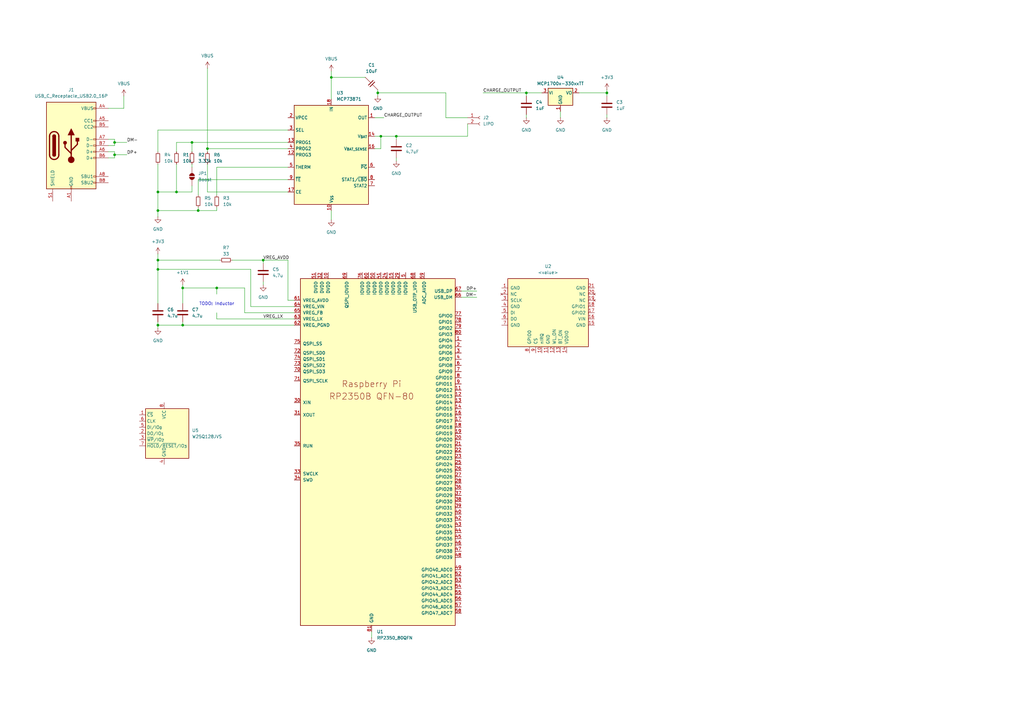
<source format=kicad_sch>
(kicad_sch (version 20250114) (generator "eeschema") (generator_version "9.0")
  (paper "A3")
  (lib_symbols
    (symbol "Battery_Management:MCP73871"
      (property "Reference" "U" (at -7.62 24.13 0))
      (property "Value" "MCP73871" (at -15.24 21.59 0))
      (symbol "MCP73871_0_1"
        (rectangle (start -15.24 20.32) (end 15.24 -20.32) (stroke (width 0.254)) (fill (type background)))
      )
      (symbol "MCP73871_1_1"
        (pin input line (at -17.78 15.24 0) (length 2.54) (name "VPCC") (number "2"))
        (pin input line (at -17.78 10.16 0) (length 2.54) (name "SEL") (number "3"))
        (pin bidirectional line (at -17.78 5.08 0) (length 2.54) (name "PROG1") (number "13"))
        (pin input line (at -17.78 2.54 0) (length 2.54) (name "PROG2") (number "4"))
        (pin bidirectional line (at -17.78 0 0) (length 2.54) (name "PROG3") (number "12"))
        (pin bidirectional line (at -17.78 -5.08 0) (length 2.54) (name "THERM") (number "5"))
        (pin input line (at -17.78 -10.16 0) (length 2.54) (name "~{TE}") (number "9"))
        (pin input line (at -17.78 -15.24 0) (length 2.54) (name "CE") (number "17"))
        (pin power_in line (at 0 22.86 270) (length 2.54) (name "IN") (number "18"))
        (pin passive line (at 0 22.86 270) (length 2.54) (hide yes) (name "IN") (number "19"))
        (pin power_in line (at 0 -22.86 90) (length 2.54) (name "V_{SS}") (number "10"))
        (pin passive line (at 0 -22.86 90) (length 2.54) (hide yes) (name "V_{SS}") (number "11"))
        (pin passive line (at 0 -22.86 90) (length 2.54) (hide yes) (name "V_{SS}") (number "21"))
        (pin power_out line (at 17.78 15.24 180) (length 2.54) (name "OUT") (number "1"))
        (pin passive line (at 17.78 15.24 180) (length 2.54) (hide yes) (name "OUT") (number "20"))
        (pin power_out line (at 17.78 7.62 180) (length 2.54) (name "V_{BAT}") (number "14"))
        (pin passive line (at 17.78 7.62 180) (length 2.54) (hide yes) (name "V_{BAT}") (number "15"))
        (pin input line (at 17.78 2.54 180) (length 2.54) (name "V_{BAT_SENSE}") (number "16"))
        (pin open_collector line (at 17.78 -5.08 180) (length 2.54) (name "~{PG}") (number "6"))
        (pin open_collector line (at 17.78 -10.16 180) (length 2.54) (name "STAT1/~{LBO}") (number "8"))
        (pin open_collector line (at 17.78 -12.7 180) (length 2.54) (name "STAT2") (number "7"))
      )
    )
    (symbol "Connector:Conn_01x02_Socket" (pin_names (offset 1.016) (hide yes))
      (property "Reference" "J" (at 0 2.54 0))
      (property "Value" "Conn_01x02_Socket" (at 0 -5.08 0))
      (symbol "Conn_01x02_Socket_1_1"
        (polyline (pts (xy -1.27 0) (xy -0.508 0)) (stroke (width 0.1524)))
        (polyline (pts (xy -1.27 -2.54) (xy -0.508 -2.54)) (stroke (width 0.1524)))
        (arc (start 0 -0.508) (mid -0.5058 0) (end 0 0.508) (stroke (width 0.1524)))
        (arc (start 0 -3.048) (mid -0.5058 -2.54) (end 0 -2.032) (stroke (width 0.1524)))
        (pin passive line (at -5.08 0 0) (length 3.81) (name "Pin_1") (number "1"))
        (pin passive line (at -5.08 -2.54 0) (length 3.81) (name "Pin_2") (number "2"))
      )
    )
    (symbol "Connector:USB_C_Receptacle_USB2.0_16P" (pin_names (offset 1.016))
      (property "Reference" "J" (at 0 22.225 0))
      (property "Value" "USB_C_Receptacle_USB2.0_16P" (at 0 19.685 0))
      (symbol "USB_C_Receptacle_USB2.0_16P_0_0"
        (rectangle (start -0.254 -17.78) (end 0.254 -16.764))
        (rectangle (start 10.16 15.494) (end 9.144 14.986))
        (rectangle (start 10.16 10.414) (end 9.144 9.906))
        (rectangle (start 10.16 7.874) (end 9.144 7.366))
        (rectangle (start 10.16 2.794) (end 9.144 2.286))
        (rectangle (start 10.16 0.254) (end 9.144 -0.254))
        (rectangle (start 10.16 -2.286) (end 9.144 -2.794))
        (rectangle (start 10.16 -4.826) (end 9.144 -5.334))
        (rectangle (start 10.16 -12.446) (end 9.144 -12.954))
        (rectangle (start 10.16 -14.986) (end 9.144 -15.494))
      )
      (symbol "USB_C_Receptacle_USB2.0_16P_0_1"
        (rectangle (start -10.16 17.78) (end 10.16 -17.78) (stroke (width 0.254)) (fill (type background)))
        (polyline (pts (xy -8.89 -3.81) (xy -8.89 3.81)) (stroke (width 0.508)))
        (rectangle (start -7.62 -3.81) (end -6.35 3.81) (stroke (width 0.254)) (fill (type outline)))
        (arc (start -7.62 3.81) (mid -6.985 4.4423) (end -6.35 3.81) (stroke (width 0.254)))
        (arc (start -7.62 3.81) (mid -6.985 4.4423) (end -6.35 3.81) (stroke (width 0.254)) (fill (type outline)))
        (arc (start -8.89 3.81) (mid -6.985 5.7067) (end -5.08 3.81) (stroke (width 0.508)))
        (arc (start -5.08 -3.81) (mid -6.985 -5.7067) (end -8.89 -3.81) (stroke (width 0.508)))
        (arc (start -6.35 -3.81) (mid -6.985 -4.4423) (end -7.62 -3.81) (stroke (width 0.254)))
        (arc (start -6.35 -3.81) (mid -6.985 -4.4423) (end -7.62 -3.81) (stroke (width 0.254)) (fill (type outline)))
        (polyline (pts (xy -5.08 3.81) (xy -5.08 -3.81)) (stroke (width 0.508)))
        (circle (center -2.54 1.143) (radius 0.635) (stroke (width 0.254)) (fill (type outline)))
        (polyline (pts (xy -1.27 4.318) (xy 0 6.858) (xy 1.27 4.318) (xy -1.27 4.318)) (stroke (width 0.254)) (fill (type outline)))
        (polyline (pts (xy 0 -2.032) (xy 2.54 0.508) (xy 2.54 1.778)) (stroke (width 0.508)))
        (polyline (pts (xy 0 -3.302) (xy -2.54 -0.762) (xy -2.54 0.508)) (stroke (width 0.508)))
        (polyline (pts (xy 0 -5.842) (xy 0 4.318)) (stroke (width 0.508)))
        (circle (center 0 -5.842) (radius 1.27) (fill (type outline)))
        (rectangle (start 1.905 1.778) (end 3.175 3.048) (stroke (width 0.254)) (fill (type outline)))
      )
      (symbol "USB_C_Receptacle_USB2.0_16P_1_1"
        (pin passive line (at -7.62 -22.86 90) (length 5.08) (name "SHIELD") (number "S1"))
        (pin passive line (at 0 -22.86 90) (length 5.08) (name "GND") (number "A1"))
        (pin passive line (at 0 -22.86 90) (length 5.08) (hide yes) (name "GND") (number "A12"))
        (pin passive line (at 0 -22.86 90) (length 5.08) (hide yes) (name "GND") (number "B1"))
        (pin passive line (at 0 -22.86 90) (length 5.08) (hide yes) (name "GND") (number "B12"))
        (pin passive line (at 15.24 15.24 180) (length 5.08) (name "VBUS") (number "A4"))
        (pin passive line (at 15.24 15.24 180) (length 5.08) (hide yes) (name "VBUS") (number "A9"))
        (pin passive line (at 15.24 15.24 180) (length 5.08) (hide yes) (name "VBUS") (number "B4"))
        (pin passive line (at 15.24 15.24 180) (length 5.08) (hide yes) (name "VBUS") (number "B9"))
        (pin bidirectional line (at 15.24 10.16 180) (length 5.08) (name "CC1") (number "A5"))
        (pin bidirectional line (at 15.24 7.62 180) (length 5.08) (name "CC2") (number "B5"))
        (pin bidirectional line (at 15.24 2.54 180) (length 5.08) (name "D-") (number "A7"))
        (pin bidirectional line (at 15.24 0 180) (length 5.08) (name "D-") (number "B7"))
        (pin bidirectional line (at 15.24 -2.54 180) (length 5.08) (name "D+") (number "A6"))
        (pin bidirectional line (at 15.24 -5.08 180) (length 5.08) (name "D+") (number "B6"))
        (pin bidirectional line (at 15.24 -12.7 180) (length 5.08) (name "SBU1") (number "A8"))
        (pin bidirectional line (at 15.24 -15.24 180) (length 5.08) (name "SBU2") (number "B8"))
      )
    )
    (symbol "Device:C" (pin_numbers (hide yes)) (pin_names (offset 0.254))
      (property "Reference" "C" (at 0.635 2.54 0))
      (property "Value" "C" (at 0.635 -2.54 0))
      (symbol "C_0_1"
        (polyline (pts (xy -2.032 0.762) (xy 2.032 0.762)) (stroke (width 0.508)))
        (polyline (pts (xy -2.032 -0.762) (xy 2.032 -0.762)) (stroke (width 0.508)))
      )
      (symbol "C_1_1"
        (pin passive line (at 0 3.81 270) (length 2.794) (name "~") (number "1"))
        (pin passive line (at 0 -3.81 90) (length 2.794) (name "~") (number "2"))
      )
    )
    (symbol "Device:C_45deg" (pin_numbers (hide yes)) (pin_names (offset 0))
      (property "Reference" "C" (at 3.81 2.54 0))
      (property "Value" "C_45deg" (at 6.35 0 0))
      (symbol "C_45deg_0_1"
        (polyline (pts (xy -2.54 2.54) (xy -0.381 0.381)))
        (polyline (pts (xy 2.54 -2.54) (xy 0.381 -0.381)))
      )
      (symbol "C_45deg_1_1"
        (polyline (pts (xy 0.635 1.27) (xy -1.27 -0.635)) (stroke (width 0.3048)))
        (polyline (pts (xy 1.27 0.635) (xy -0.635 -1.27)) (stroke (width 0.3048)))
        (pin passive line (at -2.54 2.54 0) (length 0) (name "~") (number "2"))
        (pin passive line (at 2.54 -2.54 180) (length 0) (name "~") (number "1"))
      )
    )
    (symbol "Device:R_Small" (pin_numbers (hide yes)) (pin_names (offset 0.254) (hide yes))
      (property "Reference" "R" (at 0.762 0.508 0))
      (property "Value" "R_Small" (at 0.762 -1.016 0))
      (symbol "R_Small_0_1"
        (rectangle (start -0.762 1.778) (end 0.762 -1.778) (stroke (width 0.2032)))
      )
      (symbol "R_Small_1_1"
        (pin passive line (at 0 2.54 270) (length 0.762) (name "~") (number "1"))
        (pin passive line (at 0 -2.54 90) (length 0.762) (name "~") (number "2"))
      )
    )
    (symbol "Jumper:SolderJumper_2_Open" (pin_numbers (hide yes)) (pin_names (offset 0) (hide yes)) (exclude_from_sim yes) (in_bom no)
      (property "Reference" "JP" (at 0 2.032 0))
      (property "Value" "SolderJumper_2_Open" (at 0 -2.54 0))
      (symbol "SolderJumper_2_Open_0_1"
        (polyline (pts (xy -0.254 1.016) (xy -0.254 -1.016)))
        (arc (start -0.254 -1.016) (mid -1.2656 0) (end -0.254 1.016))
        (arc (start -0.254 -1.016) (mid -1.2656 0) (end -0.254 1.016) (fill (type outline)))
        (arc (start 0.254 1.016) (mid 1.2656 0) (end 0.254 -1.016))
        (arc (start 0.254 1.016) (mid 1.2656 0) (end 0.254 -1.016) (fill (type outline)))
        (polyline (pts (xy 0.254 1.016) (xy 0.254 -1.016)))
      )
      (symbol "SolderJumper_2_Open_1_1"
        (pin passive line (at -3.81 0 0) (length 2.54) (name "A") (number "1"))
        (pin passive line (at 3.81 0 180) (length 2.54) (name "B") (number "2"))
      )
    )
    (symbol "MCU_RaspberryPi_RP2350:RP2350_80QFN" (pin_names (offset 1.016))
      (property "Reference" "U" (at -29.21 49.53 0))
      (property "Value" "RP2350_80QFN" (at 25.4 -96.52 0))
      (symbol "RP2350_80QFN_0_0"
        (text "Raspberry Pi" (at 0 5.08 0) (effects (font (size 2.54 2.54))))
      )
      (symbol "RP2350_80QFN_0_1"
        (rectangle (start -29.21 48.26) (end 34.29 -93.98) (stroke (width 0.254)) (fill (type background)))
      )
      (symbol "RP2350_80QFN_1_0"
        (text "RP2350B QFN-80" (at 0 0 0) (effects (font (size 2.54 2.54))))
      )
      (symbol "RP2350_80QFN_1_1"
        (pin power_in line (at -31.75 39.37 0) (length 2.54) (name "VREG_AVDD") (number "61"))
        (pin power_in line (at -31.75 36.83 0) (length 2.54) (name "VREG_VIN") (number "64"))
        (pin input line (at -31.75 34.29 0) (length 2.54) (name "VREG_FB") (number "65"))
        (pin power_out line (at -31.75 31.75 0) (length 2.54) (name "VREG_LX") (number "63"))
        (pin power_in line (at -31.75 29.21 0) (length 2.54) (name "VREG_PGND") (number "62"))
        (pin bidirectional line (at -31.75 21.59 0) (length 2.54) (name "QSPI_SS") (number "75"))
        (pin bidirectional line (at -31.75 17.78 0) (length 2.54) (name "QSPI_SD0") (number "72"))
        (pin bidirectional line (at -31.75 15.24 0) (length 2.54) (name "QSPI_SD1") (number "74"))
        (pin bidirectional line (at -31.75 12.7 0) (length 2.54) (name "QSPI_SD2") (number "73"))
        (pin bidirectional line (at -31.75 10.16 0) (length 2.54) (name "QSPI_SD3") (number "70"))
        (pin output line (at -31.75 6.35 0) (length 2.54) (name "QSPI_SCLK") (number "71"))
        (pin input line (at -31.75 -2.54 0) (length 2.54) (name "XIN") (number "30"))
        (pin passive line (at -31.75 -7.62 0) (length 2.54) (name "XOUT") (number "31"))
        (pin input line (at -31.75 -20.32 0) (length 2.54) (name "RUN") (number "35"))
        (pin output line (at -31.75 -31.75 0) (length 2.54) (name "SWCLK") (number "33"))
        (pin bidirectional line (at -31.75 -34.29 0) (length 2.54) (name "SWD") (number "34"))
        (pin power_in line (at -22.86 50.8 270) (length 2.54) (name "DVDD") (number "51"))
        (pin power_in line (at -20.32 50.8 270) (length 2.54) (name "DVDD") (number "32"))
        (pin power_in line (at -17.78 50.8 270) (length 2.54) (name "DVDD") (number "10"))
        (pin power_in line (at -10.16 50.8 270) (length 2.54) (name "QSPI_IOVDD") (number "69"))
        (pin power_in line (at -3.81 50.8 270) (length 2.54) (name "IOVDD") (number "76"))
        (pin power_in line (at -1.27 50.8 270) (length 2.54) (name "IOVDD") (number "60"))
        (pin power_in line (at 0 -96.52 90) (length 2.54) (name "GND") (number "81"))
        (pin power_in line (at 1.27 50.8 270) (length 2.54) (name "IOVDD") (number "50"))
        (pin power_in line (at 3.81 50.8 270) (length 2.54) (name "IOVDD") (number "41"))
        (pin power_in line (at 6.35 50.8 270) (length 2.54) (name "IOVDD") (number "24"))
        (pin power_in line (at 8.89 50.8 270) (length 2.54) (name "IOVDD") (number "15"))
        (pin power_in line (at 11.43 50.8 270) (length 2.54) (name "IOVDD") (number "29"))
        (pin power_in line (at 13.97 50.8 270) (length 2.54) (name "IOVDD") (number "5"))
        (pin power_in line (at 17.78 50.8 270) (length 2.54) (name "USB_OTP_VDD") (number "68"))
        (pin power_in line (at 21.59 50.8 270) (length 2.54) (name "ADC_AVDD") (number "59"))
        (pin bidirectional line (at 36.83 43.18 180) (length 2.54) (name "USB_DP") (number "67"))
        (pin bidirectional line (at 36.83 40.64 180) (length 2.54) (name "USB_DM") (number "66"))
        (pin bidirectional line (at 36.83 33.02 180) (length 2.54) (name "GPIO0") (number "77"))
        (pin bidirectional line (at 36.83 30.48 180) (length 2.54) (name "GPIO1") (number "78"))
        (pin bidirectional line (at 36.83 27.94 180) (length 2.54) (name "GPIO2") (number "79"))
        (pin bidirectional line (at 36.83 25.4 180) (length 2.54) (name "GPIO3") (number "80"))
        (pin bidirectional line (at 36.83 22.86 180) (length 2.54) (name "GPIO4") (number "1"))
        (pin bidirectional line (at 36.83 20.32 180) (length 2.54) (name "GPIO5") (number "2"))
        (pin bidirectional line (at 36.83 17.78 180) (length 2.54) (name "GPIO6") (number "3"))
        (pin bidirectional line (at 36.83 15.24 180) (length 2.54) (name "GPIO7") (number "4"))
        (pin bidirectional line (at 36.83 12.7 180) (length 2.54) (name "GPIO8") (number "6"))
        (pin bidirectional line (at 36.83 10.16 180) (length 2.54) (name "GPIO9") (number "7"))
        (pin bidirectional line (at 36.83 7.62 180) (length 2.54) (name "GPIO10") (number "8"))
        (pin bidirectional line (at 36.83 5.08 180) (length 2.54) (name "GPIO11") (number "9"))
        (pin bidirectional line (at 36.83 2.54 180) (length 2.54) (name "GPIO12") (number "11"))
        (pin bidirectional line (at 36.83 0 180) (length 2.54) (name "GPIO13") (number "12"))
        (pin bidirectional line (at 36.83 -2.54 180) (length 2.54) (name "GPIO14") (number "13"))
        (pin bidirectional line (at 36.83 -5.08 180) (length 2.54) (name "GPIO15") (number "14"))
        (pin bidirectional line (at 36.83 -7.62 180) (length 2.54) (name "GPIO16") (number "16"))
        (pin bidirectional line (at 36.83 -10.16 180) (length 2.54) (name "GPIO17") (number "17"))
        (pin bidirectional line (at 36.83 -12.7 180) (length 2.54) (name "GPIO18") (number "18"))
        (pin bidirectional line (at 36.83 -15.24 180) (length 2.54) (name "GPIO19") (number "19"))
        (pin bidirectional line (at 36.83 -17.78 180) (length 2.54) (name "GPIO20") (number "20"))
        (pin bidirectional line (at 36.83 -20.32 180) (length 2.54) (name "GPIO21") (number "21"))
        (pin bidirectional line (at 36.83 -22.86 180) (length 2.54) (name "GPIO22") (number "22"))
        (pin bidirectional line (at 36.83 -25.4 180) (length 2.54) (name "GPIO23") (number "23"))
        (pin bidirectional line (at 36.83 -27.94 180) (length 2.54) (name "GPIO24") (number "25"))
        (pin bidirectional line (at 36.83 -30.48 180) (length 2.54) (name "GPIO25") (number "26"))
        (pin bidirectional line (at 36.83 -33.02 180) (length 2.54) (name "GPIO26") (number "27"))
        (pin bidirectional line (at 36.83 -35.56 180) (length 2.54) (name "GPIO27") (number "28"))
        (pin bidirectional line (at 36.83 -38.1 180) (length 2.54) (name "GPIO28") (number "36"))
        (pin bidirectional line (at 36.83 -40.64 180) (length 2.54) (name "GPIO29") (number "37"))
        (pin bidirectional line (at 36.83 -43.18 180) (length 2.54) (name "GPIO30") (number "38"))
        (pin bidirectional line (at 36.83 -45.72 180) (length 2.54) (name "GPIO31") (number "39"))
        (pin bidirectional line (at 36.83 -48.26 180) (length 2.54) (name "GPIO32") (number "40"))
        (pin bidirectional line (at 36.83 -50.8 180) (length 2.54) (name "GPIO33") (number "42"))
        (pin bidirectional line (at 36.83 -53.34 180) (length 2.54) (name "GPIO34") (number "43"))
        (pin bidirectional line (at 36.83 -55.88 180) (length 2.54) (name "GPIO35") (number "44"))
        (pin bidirectional line (at 36.83 -58.42 180) (length 2.54) (name "GPIO36") (number "45"))
        (pin bidirectional line (at 36.83 -60.96 180) (length 2.54) (name "GPIO37") (number "46"))
        (pin bidirectional line (at 36.83 -63.5 180) (length 2.54) (name "GPIO38") (number "47"))
        (pin bidirectional line (at 36.83 -66.04 180) (length 2.54) (name "GPIO39") (number "48"))
        (pin bidirectional line (at 36.83 -71.12 180) (length 2.54) (name "GPIO40_ADC0") (number "49"))
        (pin bidirectional line (at 36.83 -73.66 180) (length 2.54) (name "GPIO41_ADC1") (number "52"))
        (pin bidirectional line (at 36.83 -76.2 180) (length 2.54) (name "GPIO42_ADC2") (number "53"))
        (pin bidirectional line (at 36.83 -78.74 180) (length 2.54) (name "GPIO43_ADC3") (number "54"))
        (pin bidirectional line (at 36.83 -81.28 180) (length 2.54) (name "GPIO44_ADC4") (number "55"))
        (pin bidirectional line (at 36.83 -83.82 180) (length 2.54) (name "GPIO45_ADC5") (number "56"))
        (pin bidirectional line (at 36.83 -86.36 180) (length 2.54) (name "GPIO46_ADC6") (number "57"))
        (pin bidirectional line (at 36.83 -88.9 180) (length 2.54) (name "GPIO47_ADC7") (number "58"))
      )
    )
    (symbol "Memory_Flash:W25Q128JVS"
      (property "Reference" "U" (at -6.35 11.43 0))
      (property "Value" "W25Q128JVS" (at 7.62 11.43 0))
      (symbol "W25Q128JVS_0_1"
        (rectangle (start -7.62 10.16) (end 10.16 -10.16) (stroke (width 0.254)) (fill (type background)))
      )
      (symbol "W25Q128JVS_1_1"
        (pin input line (at -10.16 7.62 0) (length 2.54) (name "~{CS}") (number "1"))
        (pin input line (at -10.16 5.08 0) (length 2.54) (name "CLK") (number "6"))
        (pin bidirectional line (at -10.16 2.54 0) (length 2.54) (name "DI/IO_{0}") (number "5"))
        (pin bidirectional line (at -10.16 0 0) (length 2.54) (name "DO/IO_{1}") (number "2"))
        (pin bidirectional line (at -10.16 -2.54 0) (length 2.54) (name "~{WP}/IO_{2}") (number "3"))
        (pin bidirectional line (at -10.16 -5.08 0) (length 2.54) (name "~{HOLD}/~{RESET}/IO_{3}") (number "7"))
        (pin power_in line (at 0 12.7 270) (length 2.54) (name "VCC") (number "8"))
        (pin power_in line (at 0 -12.7 90) (length 2.54) (name "GND") (number "4"))
      )
    )
    (symbol "RPI_RMC20452T:RPI_RMC20452T" (pin_names (offset 1.016))
      (property "Reference" "U" (at -16.256 14.986 0))
      (property "Value" "<value>" (at 12.954 -15.494 0))
      (symbol "RPI_RMC20452T_1_0"
        (pin output line (at -19.05 -2.54 0) (length 2.54) (name "DO") (number "6"))
        (pin power_in line (at -19.05 -5.08 0) (length 2.54) (name "GND") (number "7"))
        (pin bidirectional line (at -7.62 -16.51 90) (length 2.54) (name "GPIO0") (number "8"))
        (pin input line (at -5.08 -16.51 90) (length 2.54) (name "CS") (number "9"))
        (pin output line (at -2.54 -16.51 90) (length 2.54) (name "nIRQ") (number "10"))
        (pin power_in line (at 0 -16.51 90) (length 2.54) (name "GND") (number "11"))
        (pin input line (at 2.54 -16.51 90) (length 2.54) (name "WL_ON") (number "12"))
        (pin input line (at 5.08 -16.51 90) (length 2.54) (name "BT_ON") (number "13"))
        (pin power_in line (at 7.62 -16.51 90) (length 2.54) (name "VDDIO") (number "14"))
        (pin power_in line (at 19.05 10.16 180) (length 2.54) (name "GND") (number "21"))
        (pin bidirectional line (at 19.05 2.54 180) (length 2.54) (name "GPIO1") (number "18"))
        (pin bidirectional line (at 19.05 0 180) (length 2.54) (name "GPIO2") (number "17"))
        (pin power_in line (at 19.05 -2.54 180) (length 2.54) (name "VIN") (number "16"))
        (pin power_in line (at 19.05 -5.08 180) (length 2.54) (name "GND") (number "15"))
      )
      (symbol "RPI_RMC20452T_1_1"
        (rectangle (start -16.51 13.97) (end 16.51 -13.97) (stroke (width 0.254)) (fill (type background)))
        (pin power_in line (at -19.05 10.16 0) (length 2.54) (name "GND") (number "1"))
        (pin no_connect line (at -19.05 7.62 0) (length 2.54) (name "NC") (number "2"))
        (pin input line (at -19.05 5.08 0) (length 2.54) (name "SCLK") (number "3"))
        (pin power_in line (at -19.05 2.54 0) (length 2.54) (name "GND") (number "4"))
        (pin input line (at -19.05 0 0) (length 2.54) (name "DI") (number "5"))
        (pin no_connect line (at 19.05 7.62 180) (length 2.54) (name "NC") (number "20"))
        (pin no_connect line (at 19.05 5.08 180) (length 2.54) (name "NC") (number "19"))
      )
    )
    (symbol "Regulator_Linear:MCP1700x-330xxTT" (pin_names (offset 0.254))
      (property "Reference" "U" (at -3.81 3.175 0))
      (property "Value" "MCP1700x-330xxTT" (at 0 3.175 0))
      (symbol "MCP1700x-330xxTT_0_1"
        (rectangle (start -5.08 1.905) (end 5.08 -5.08) (stroke (width 0.254)) (fill (type background)))
      )
      (symbol "MCP1700x-330xxTT_1_1"
        (pin power_in line (at -7.62 0 0) (length 2.54) (name "VI") (number "3"))
        (pin power_in line (at 0 -7.62 90) (length 2.54) (name "GND") (number "1"))
        (pin power_out line (at 7.62 0 180) (length 2.54) (name "VO") (number "2"))
      )
    )
    (symbol "power:+1V1" (power) (pin_numbers (hide yes)) (pin_names (offset 0) (hide yes))
      (property "Value" "+1V1" (at 0 3.556 0))
      (symbol "+1V1_0_1"
        (polyline (pts (xy -0.762 1.27) (xy 0 2.54)))
        (polyline (pts (xy 0 2.54) (xy 0.762 1.27)))
        (polyline (pts (xy 0 0) (xy 0 2.54)))
      )
      (symbol "+1V1_1_1"
        (pin power_in line (at 0 0 90) (length 0) (name "~") (number "1"))
      )
    )
    (symbol "power:+3V3" (power) (pin_numbers (hide yes)) (pin_names (offset 0) (hide yes))
      (property "Value" "+3V3" (at 0 3.556 0))
      (symbol "+3V3_0_1"
        (polyline (pts (xy -0.762 1.27) (xy 0 2.54)))
        (polyline (pts (xy 0 2.54) (xy 0.762 1.27)))
        (polyline (pts (xy 0 0) (xy 0 2.54)))
      )
      (symbol "+3V3_1_1"
        (pin power_in line (at 0 0 90) (length 0) (name "~") (number "1"))
      )
    )
    (symbol "power:GND" (power) (pin_numbers (hide yes)) (pin_names (offset 0) (hide yes))
      (property "Value" "GND" (at 0 -3.81 0))
      (symbol "GND_0_1"
        (polyline (pts (xy 0 0) (xy 0 -1.27) (xy 1.27 -1.27) (xy 0 -2.54) (xy -1.27 -1.27) (xy 0 -1.27)))
      )
      (symbol "GND_1_1"
        (pin power_in line (at 0 0 270) (length 0) (name "~") (number "1"))
      )
    )
    (symbol "power:VBUS" (power) (pin_numbers (hide yes)) (pin_names (offset 0) (hide yes))
      (property "Value" "VBUS" (at 0 3.556 0))
      (symbol "VBUS_0_1"
        (polyline (pts (xy -0.762 1.27) (xy 0 2.54)))
        (polyline (pts (xy 0 2.54) (xy 0.762 1.27)))
        (polyline (pts (xy 0 0) (xy 0 2.54)))
      )
      (symbol "VBUS_1_1"
        (pin power_in line (at 0 0 90) (length 0) (name "~") (number "1"))
      )
    )
  )
  (text "TODO: Inductor" (at 88.9 124.714 0) (effects (font (size 1.27 1.27))))
  (junction (at 64.77 86.36))
  (junction (at 46.99 58.42))
  (junction (at 107.95 106.68))
  (junction (at 215.9 38.1))
  (junction (at 64.77 78.74))
  (junction (at 88.9 118.11))
  (junction (at 64.77 106.68))
  (junction (at 46.99 63.5))
  (junction (at 154.94 38.1))
  (junction (at 64.77 110.49))
  (junction (at 78.74 58.42))
  (junction (at 74.93 133.35))
  (junction (at 248.92 38.1))
  (junction (at 85.09 60.96))
  (junction (at 162.56 55.88))
  (junction (at 81.28 86.36))
  (junction (at 74.93 118.11))
  (junction (at 135.89 31.75))
  (junction (at 64.77 133.35))
  (junction (at 156.21 55.88))
  (junction (at 72.39 78.74))
  (wire (pts (xy 74.93 116.84) (xy 74.93 118.11)))
  (wire (pts (xy 64.77 86.36) (xy 64.77 88.9)))
  (wire (pts (xy 229.87 45.72) (xy 229.87 48.26)))
  (wire (pts (xy 64.77 133.35) (xy 74.93 133.35)))
  (wire (pts (xy 248.92 38.1) (xy 248.92 39.37)))
  (wire (pts (xy 154.94 36.83) (xy 154.94 38.1)))
  (wire (pts (xy 135.89 29.21) (xy 135.89 31.75)))
  (wire (pts (xy 81.28 86.36) (xy 88.9 86.36)))
  (wire (pts (xy 46.99 58.42) (xy 46.99 59.69)))
  (wire (pts (xy 120.65 123.19) (xy 118.11 123.19)))
  (wire (pts (xy 88.9 130.81) (xy 120.65 130.81)))
  (wire (pts (xy 156.21 55.88) (xy 153.67 55.88)))
  (wire (pts (xy 120.65 125.73) (xy 102.87 125.73)))
  (wire (pts (xy 198.12 38.1) (xy 215.9 38.1)))
  (wire (pts (xy 154.94 38.1) (xy 182.88 38.1)))
  (wire (pts (xy 162.56 55.88) (xy 162.56 57.15)))
  (wire (pts (xy 81.28 73.66) (xy 81.28 80.01)))
  (wire (pts (xy 44.45 57.15) (xy 46.99 57.15)))
  (wire (pts (xy 46.99 64.77) (xy 44.45 64.77)))
  (wire (pts (xy 64.77 106.68) (xy 64.77 110.49)))
  (wire (pts (xy 64.77 67.31) (xy 64.77 78.74)))
  (wire (pts (xy 72.39 62.23) (xy 72.39 58.42)))
  (wire (pts (xy 191.77 50.8) (xy 191.77 55.88)))
  (wire (pts (xy 107.95 106.68) (xy 107.95 107.95)))
  (wire (pts (xy 135.89 86.36) (xy 135.89 90.17)))
  (wire (pts (xy 154.94 38.1) (xy 154.94 39.37)))
  (wire (pts (xy 85.09 60.96) (xy 118.11 60.96)))
  (wire (pts (xy 64.77 78.74) (xy 72.39 78.74)))
  (wire (pts (xy 88.9 85.09) (xy 88.9 86.36)))
  (wire (pts (xy 120.65 128.27) (xy 100.33 128.27)))
  (wire (pts (xy 46.99 63.5) (xy 52.07 63.5)))
  (wire (pts (xy 64.77 78.74) (xy 64.77 86.36)))
  (wire (pts (xy 107.95 115.57) (xy 107.95 116.84)))
  (wire (pts (xy 153.67 60.96) (xy 156.21 60.96)))
  (wire (pts (xy 46.99 63.5) (xy 46.99 64.77)))
  (wire (pts (xy 50.8 39.37) (xy 50.8 44.45)))
  (wire (pts (xy 64.77 110.49) (xy 64.77 124.46)))
  (wire (pts (xy 72.39 67.31) (xy 72.39 78.74)))
  (wire (pts (xy 162.56 64.77) (xy 162.56 66.04)))
  (wire (pts (xy 248.92 38.1) (xy 248.92 36.83)))
  (wire (pts (xy 50.8 44.45) (xy 44.45 44.45)))
  (wire (pts (xy 118.11 78.74) (xy 85.09 78.74)))
  (wire (pts (xy 248.92 46.99) (xy 248.92 48.26)))
  (wire (pts (xy 64.77 53.34) (xy 64.77 62.23)))
  (wire (pts (xy 182.88 48.26) (xy 191.77 48.26)))
  (wire (pts (xy 44.45 62.23) (xy 46.99 62.23)))
  (wire (pts (xy 102.87 110.49) (xy 64.77 110.49)))
  (wire (pts (xy 189.23 119.38) (xy 195.58 119.38)))
  (wire (pts (xy 118.11 68.58) (xy 88.9 68.58)))
  (wire (pts (xy 64.77 106.68) (xy 64.77 104.14)))
  (wire (pts (xy 215.9 46.99) (xy 215.9 48.26)))
  (wire (pts (xy 102.87 125.73) (xy 102.87 110.49)))
  (wire (pts (xy 46.99 62.23) (xy 46.99 63.5)))
  (wire (pts (xy 64.77 86.36) (xy 81.28 86.36)))
  (wire (pts (xy 189.23 121.92) (xy 195.58 121.92)))
  (wire (pts (xy 88.9 130.81) (xy 88.9 128.27)))
  (wire (pts (xy 81.28 85.09) (xy 81.28 86.36)))
  (wire (pts (xy 95.25 106.68) (xy 107.95 106.68)))
  (wire (pts (xy 237.49 38.1) (xy 248.92 38.1)))
  (wire (pts (xy 215.9 38.1) (xy 215.9 39.37)))
  (wire (pts (xy 46.99 57.15) (xy 46.99 58.42)))
  (wire (pts (xy 157.48 48.26) (xy 153.67 48.26)))
  (wire (pts (xy 100.33 118.11) (xy 88.9 118.11)))
  (wire (pts (xy 156.21 60.96) (xy 156.21 55.88)))
  (wire (pts (xy 88.9 68.58) (xy 88.9 80.01)))
  (wire (pts (xy 100.33 128.27) (xy 100.33 118.11)))
  (wire (pts (xy 107.95 106.68) (xy 118.11 106.68)))
  (wire (pts (xy 152.4 259.08) (xy 152.4 261.62)))
  (wire (pts (xy 85.09 67.31) (xy 85.09 78.74)))
  (wire (pts (xy 135.89 31.75) (xy 135.89 40.64)))
  (wire (pts (xy 72.39 78.74) (xy 78.74 78.74)))
  (wire (pts (xy 88.9 118.11) (xy 74.93 118.11)))
  (wire (pts (xy 74.93 118.11) (xy 74.93 124.46)))
  (wire (pts (xy 182.88 38.1) (xy 182.88 48.26)))
  (wire (pts (xy 118.11 53.34) (xy 64.77 53.34)))
  (wire (pts (xy 85.09 27.94) (xy 85.09 60.96)))
  (wire (pts (xy 74.93 132.08) (xy 74.93 133.35)))
  (wire (pts (xy 72.39 58.42) (xy 78.74 58.42)))
  (wire (pts (xy 64.77 106.68) (xy 90.17 106.68)))
  (wire (pts (xy 118.11 106.68) (xy 118.11 123.19)))
  (wire (pts (xy 135.89 31.75) (xy 149.86 31.75)))
  (wire (pts (xy 78.74 76.2) (xy 78.74 78.74)))
  (wire (pts (xy 118.11 58.42) (xy 78.74 58.42)))
  (wire (pts (xy 74.93 133.35) (xy 120.65 133.35)))
  (wire (pts (xy 64.77 132.08) (xy 64.77 133.35)))
  (wire (pts (xy 162.56 55.88) (xy 156.21 55.88)))
  (wire (pts (xy 88.9 118.11) (xy 88.9 120.65)))
  (wire (pts (xy 46.99 58.42) (xy 52.07 58.42)))
  (wire (pts (xy 64.77 133.35) (xy 64.77 134.62)))
  (wire (pts (xy 118.11 73.66) (xy 81.28 73.66)))
  (wire (pts (xy 78.74 58.42) (xy 78.74 62.23)))
  (wire (pts (xy 85.09 60.96) (xy 85.09 62.23)))
  (wire (pts (xy 191.77 55.88) (xy 162.56 55.88)))
  (wire (pts (xy 78.74 67.31) (xy 78.74 68.58)))
  (wire (pts (xy 46.99 59.69) (xy 44.45 59.69)))
  (wire (pts (xy 215.9 38.1) (xy 222.25 38.1)))
  (label "DM-" (at 52.07 58.42 0))
  (label "DP+" (at 195.58 119.38 180))
  (label "CHARGE_OUTPUT" (at 157.48 48.26 0))
  (label "CHARGE_OUTPUT" (at 198.12 38.1 0))
  (label "DM-" (at 195.58 121.92 180))
  (label "VREG_LX" (at 107.95 130.81 0))
  (label "DP+" (at 52.07 63.5 0))
  (label "VREG_AVDD" (at 107.95 106.68 0))
  (symbol (lib_id "Device:R_Small") (at 81.28 82.55 0) (unit 1)
    (property "Reference" "R5" (at 83.82 81.2799 0) (effects (justify left)))
    (property "Value" "10k" (at 83.82 83.8199 0) (effects (justify left)))
    (property "Description" "Resistor, small symbol" (effects (hide yes)))
  )
  (symbol (lib_id "power:GND") (at 152.4 261.62 0) (unit 1)
    (property "Reference" "#PWR01" (effects (hide yes)))
    (property "Value" "GND" (at 152.4 266.7 0))
    (property "Description" "Power symbol creates a global label with name \"GND\" , ground" (effects (hide yes)))
  )
  (symbol (lib_id "Device:C") (at 64.77 128.27 0) (unit 1)
    (property "Reference" "C6" (at 68.58 126.9999 0) (effects (justify left)))
    (property "Value" "4.7u" (at 68.58 129.5399 0) (effects (justify left)))
    (property "Description" "Unpolarized capacitor" (effects (hide yes)))
  )
  (symbol (lib_id "power:GND") (at 215.9 48.26 0) (unit 1)
    (property "Reference" "#PWR012" (effects (hide yes)))
    (property "Value" "GND" (at 215.9 53.34 0))
    (property "Description" "Power symbol creates a global label with name \"GND\" , ground" (effects (hide yes)))
  )
  (symbol (lib_id "MCU_RaspberryPi_RP2350:RP2350_80QFN") (at 152.4 162.56 0) (unit 1)
    (property "Reference" "U1" (at 154.5433 259.08 0) (effects (justify left)))
    (property "Value" "RP2350_80QFN" (at 154.5433 261.62 0) (effects (justify left)))
    (property "Footprint" "RP2350_80QFN_minimal:RP2350-QFN-80-1EP_10x10_P0.4mm_EP3.4x3.4mm_ThermalVias" (effects (hide yes)))
  )
  (symbol (lib_id "Jumper:SolderJumper_2_Open") (at 78.74 72.39 90) (unit 1) (exclude_from_sim yes) (in_bom no)
    (property "Reference" "JP1" (at 81.28 71.1199 90) (effects (justify right)))
    (property "Value" "Boost" (at 81.28 73.6599 90) (effects (justify right)))
    (property "Footprint" "Jumper:SolderJumper-2_P1.3mm_Open_TrianglePad1.0x1.5mm" (effects (hide yes)))
    (property "Description" "Solder Jumper, 2-pole, open" (effects (hide yes)))
  )
  (symbol (lib_id "Device:R_Small") (at 64.77 64.77 0) (unit 1)
    (property "Reference" "R4" (at 67.31 63.4999 0) (effects (justify left)))
    (property "Value" "10k" (at 67.31 66.0399 0) (effects (justify left)))
    (property "Description" "Resistor, small symbol" (effects (hide yes)))
  )
  (symbol (lib_id "power:GND") (at 64.77 134.62 0) (unit 1)
    (property "Reference" "#PWR015" (effects (hide yes)))
    (property "Value" "GND" (at 64.77 139.7 0))
    (property "Description" "Power symbol creates a global label with name \"GND\" , ground" (effects (hide yes)))
  )
  (symbol (lib_id "Battery_Management:MCP73871") (at 135.89 63.5 0) (unit 1)
    (property "Reference" "U3" (at 138.0333 38.1 0) (effects (justify left)))
    (property "Value" "MCP73871" (at 138.0333 40.64 0) (effects (justify left)))
    (property "Footprint" "Package_DFN_QFN:QFN-20-1EP_4x4mm_P0.5mm_EP2.5x2.5mm" (effects (hide yes)))
    (property "Datasheet" "http://www.mouser.com/ds/2/268/22090a-52174.pdf" (effects (hide yes)))
    (property "Description" "Single cell, Li-Ion/Li-Po charge management controller" (effects (hide yes)))
  )
  (symbol (lib_id "Regulator_Linear:MCP1700x-330xxTT") (at 229.87 38.1 0) (unit 1)
    (property "Reference" "U4" (at 229.87 31.75 0))
    (property "Value" "MCP1700x-330xxTT" (at 229.87 34.29 0))
    (property "Footprint" "Package_TO_SOT_SMD:SOT-23" (effects (hide yes)))
    (property "Datasheet" "http://ww1.microchip.com/downloads/en/DeviceDoc/20001826D.pdf" (effects (hide yes)))
    (property "Description" "250mA Low Quiscent Current LDO, 3.3V output, SOT-23" (effects (hide yes)))
  )
  (symbol (lib_id "power:GND") (at 229.87 48.26 0) (unit 1)
    (property "Reference" "#PWR09" (effects (hide yes)))
    (property "Value" "GND" (at 229.87 53.34 0))
    (property "Description" "Power symbol creates a global label with name \"GND\" , ground" (effects (hide yes)))
  )
  (symbol (lib_id "Device:C") (at 107.95 111.76 0) (unit 1)
    (property "Reference" "C5" (at 111.76 110.4899 0) (effects (justify left)))
    (property "Value" "4.7u" (at 111.76 113.0299 0) (effects (justify left)))
    (property "Description" "Unpolarized capacitor" (effects (hide yes)))
  )
  (symbol (lib_id "Memory_Flash:W25Q128JVS") (at 67.31 177.8 0) (unit 1)
    (property "Reference" "U5" (at 78.74 176.5299 0) (effects (justify left)))
    (property "Value" "W25Q128JVS" (at 78.74 179.0699 0) (effects (justify left)))
    (property "Footprint" "Package_SO:SOIC-8_5.3x5.3mm_P1.27mm" (effects (hide yes)))
    (property "Datasheet" "https://www.winbond.com/resource-files/w25q128jv_dtr%20revc%2003272018%20plus.pdf" (effects (hide yes)))
    (property "Description" "128Mbit / 16MiB Serial Flash Memory, Standard/Dual/Quad SPI, 2.7-3.6V, SOIC-8" (effects (hide yes)))
  )
  (symbol (lib_id "Device:C_45deg") (at 152.4 34.29 0) (unit 1)
    (property "Reference" "C1" (at 152.4 26.67 0))
    (property "Value" "10uF" (at 152.4 29.21 0))
    (property "Description" "Unpolarized capacitor, rotated by 45°" (effects (hide yes)))
  )
  (symbol (lib_id "power:GND") (at 107.95 116.84 0) (unit 1)
    (property "Reference" "#PWR014" (effects (hide yes)))
    (property "Value" "GND" (at 107.95 121.92 0))
    (property "Description" "Power symbol creates a global label with name \"GND\" , ground" (effects (hide yes)))
  )
  (symbol (lib_id "Device:C") (at 248.92 43.18 0) (unit 1)
    (property "Reference" "C3" (at 252.73 41.9099 0) (effects (justify left)))
    (property "Value" "1uF" (at 252.73 44.4499 0) (effects (justify left)))
    (property "Description" "Unpolarized capacitor" (effects (hide yes)))
  )
  (symbol (lib_id "power:+1V1") (at 74.93 116.84 0) (unit 1)
    (property "Reference" "#PWR016" (effects (hide yes)))
    (property "Value" "+1V1" (at 74.93 111.76 0))
    (property "Description" "Power symbol creates a global label with name \"+1V1\"" (effects (hide yes)))
  )
  (symbol (lib_id "power:GND") (at 248.92 48.26 0) (unit 1)
    (property "Reference" "#PWR011" (effects (hide yes)))
    (property "Value" "GND" (at 248.92 53.34 0))
    (property "Description" "Power symbol creates a global label with name \"GND\" , ground" (effects (hide yes)))
  )
  (symbol (lib_id "Device:R_Small") (at 88.9 82.55 0) (unit 1)
    (property "Reference" "R3" (at 91.44 81.2799 0) (effects (justify left)))
    (property "Value" "10k" (at 91.44 83.8199 0) (effects (justify left)))
    (property "Description" "Resistor, small symbol" (effects (hide yes)))
  )
  (symbol (lib_id "power:GND") (at 154.94 39.37 0) (unit 1)
    (property "Reference" "#PWR05" (effects (hide yes)))
    (property "Value" "GND" (at 154.94 44.45 0))
    (property "Description" "Power symbol creates a global label with name \"GND\" , ground" (effects (hide yes)))
  )
  (symbol (lib_id "power:+3V3") (at 248.92 36.83 0) (unit 1)
    (property "Reference" "#PWR010" (effects (hide yes)))
    (property "Value" "+3V3" (at 248.92 31.75 0))
    (property "Description" "Power symbol creates a global label with name \"+3V3\"" (effects (hide yes)))
  )
  (symbol (lib_id "power:GND") (at 162.56 66.04 0) (unit 1)
    (property "Reference" "#PWR06" (effects (hide yes)))
    (property "Value" "GND" (at 162.56 71.12 0))
    (property "Description" "Power symbol creates a global label with name \"GND\" , ground" (effects (hide yes)))
  )
  (symbol (lib_id "power:VBUS") (at 50.8 39.37 0) (unit 1)
    (property "Reference" "#PWR02" (effects (hide yes)))
    (property "Value" "VBUS" (at 50.8 34.29 0))
    (property "Description" "Power symbol creates a global label with name \"VBUS\"" (effects (hide yes)))
  )
  (symbol (lib_id "power:VBUS") (at 85.09 27.94 0) (unit 1)
    (property "Reference" "#PWR08" (effects (hide yes)))
    (property "Value" "VBUS" (at 85.09 22.86 0))
    (property "Description" "Power symbol creates a global label with name \"VBUS\"" (effects (hide yes)))
  )
  (symbol (lib_id "Connector:Conn_01x02_Socket") (at 196.85 48.26 0) (unit 1)
    (property "Reference" "J2" (at 198.12 48.2599 0) (effects (justify left)))
    (property "Value" "LIPO" (at 198.12 50.7999 0) (effects (justify left)))
    (property "Footprint" "Connector_JST:JST_PH_S2B-PH-K_1x02_P2.00mm_Horizontal" (effects (hide yes)))
    (property "Description" "Generic connector, single row, 01x02, script generated" (effects (hide yes)))
  )
  (symbol (lib_id "power:GND") (at 135.89 90.17 0) (unit 1)
    (property "Reference" "#PWR04" (effects (hide yes)))
    (property "Value" "GND" (at 135.89 95.25 0))
    (property "Description" "Power symbol creates a global label with name \"GND\" , ground" (effects (hide yes)))
  )
  (symbol (lib_id "Device:C") (at 74.93 128.27 0) (unit 1)
    (property "Reference" "C7" (at 78.74 126.9999 0) (effects (justify left)))
    (property "Value" "4.7u" (at 78.74 129.5399 0) (effects (justify left)))
    (property "Description" "Unpolarized capacitor" (effects (hide yes)))
  )
  (symbol (lib_id "Device:R_Small") (at 78.74 64.77 0) (unit 1)
    (property "Reference" "R2" (at 81.28 63.4999 0) (effects (justify left)))
    (property "Value" "3.33k" (at 81.28 66.0399 0) (effects (justify left)))
    (property "Description" "Resistor, small symbol" (effects (hide yes)))
  )
  (symbol (lib_id "RPI_RMC20452T:RPI_RMC20452T") (at 224.79 128.27 0) (unit 1)
    (property "Reference" "U2" (at 224.79 109.22 0))
    (property "Value" "<value>" (at 224.79 111.76 0))
  )
  (symbol (lib_id "power:+3V3") (at 64.77 104.14 0) (unit 1)
    (property "Reference" "#PWR013" (effects (hide yes)))
    (property "Value" "+3V3" (at 64.77 99.06 0))
    (property "Description" "Power symbol creates a global label with name \"+3V3\"" (effects (hide yes)))
  )
  (symbol (lib_id "Device:C") (at 162.56 60.96 0) (unit 1)
    (property "Reference" "C2" (at 166.37 59.6899 0) (effects (justify left)))
    (property "Value" "4.7uF" (at 166.37 62.2299 0) (effects (justify left)))
    (property "Description" "Unpolarized capacitor" (effects (hide yes)))
  )
  (symbol (lib_id "Connector:USB_C_Receptacle_USB2.0_16P") (at 29.21 59.69 0) (unit 1)
    (property "Reference" "J1" (at 29.21 36.83 0))
    (property "Value" "USB_C_Receptacle_USB2.0_16P" (at 29.21 39.37 0))
    (property "Footprint" "Connector_USB:USB_C_Receptacle_GCT_USB4085" (effects (hide yes)))
    (property "Datasheet" "https://www.usb.org/sites/default/files/documents/usb_type-c.zip" (effects (hide yes)))
    (property "Description" "USB 2.0-only 16P Type-C Receptacle connector" (effects (hide yes)))
  )
  (symbol (lib_id "power:GND") (at 64.77 88.9 0) (unit 1)
    (property "Reference" "#PWR07" (effects (hide yes)))
    (property "Value" "GND" (at 64.77 93.98 0))
    (property "Description" "Power symbol creates a global label with name \"GND\" , ground" (effects (hide yes)))
  )
  (symbol (lib_id "power:VBUS") (at 135.89 29.21 0) (unit 1)
    (property "Reference" "#PWR03" (effects (hide yes)))
    (property "Value" "VBUS" (at 135.89 24.13 0))
    (property "Description" "Power symbol creates a global label with name \"VBUS\"" (effects (hide yes)))
  )
  (symbol (lib_id "Device:C") (at 215.9 43.18 0) (unit 1)
    (property "Reference" "C4" (at 219.71 41.9099 0) (effects (justify left)))
    (property "Value" "1uF" (at 219.71 44.4499 0) (effects (justify left)))
    (property "Description" "Unpolarized capacitor" (effects (hide yes)))
  )
  (symbol (lib_id "Device:R_Small") (at 85.09 64.77 0) (unit 1)
    (property "Reference" "R6" (at 87.63 63.4999 0) (effects (justify left)))
    (property "Value" "10k" (at 87.63 66.0399 0) (effects (justify left)))
    (property "Description" "Resistor, small symbol" (effects (hide yes)))
  )
  (symbol (lib_id "Device:R_Small") (at 92.71 106.68 90) (unit 1)
    (property "Reference" "R7" (at 92.71 101.6 90))
    (property "Value" "33" (at 92.71 104.14 90))
    (property "Description" "Resistor, small symbol" (effects (hide yes)))
  )
  (symbol (lib_id "Device:R_Small") (at 72.39 64.77 0) (unit 1)
    (property "Reference" "R1" (at 74.93 63.4999 0) (effects (justify left)))
    (property "Value" "10k" (at 74.93 66.0399 0) (effects (justify left)))
    (property "Description" "Resistor, small symbol" (effects (hide yes)))
  )
)
</source>
